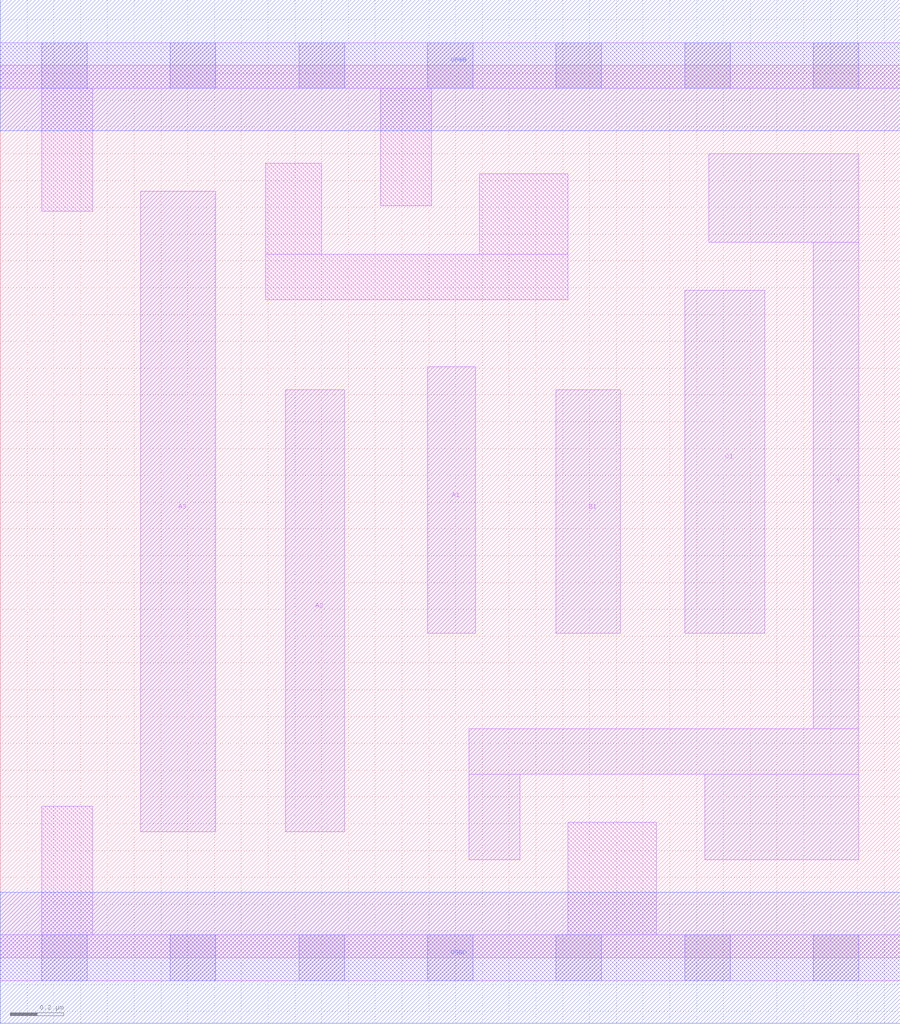
<source format=lef>
# Copyright 2020 The SkyWater PDK Authors
#
# Licensed under the Apache License, Version 2.0 (the "License");
# you may not use this file except in compliance with the License.
# You may obtain a copy of the License at
#
#     https://www.apache.org/licenses/LICENSE-2.0
#
# Unless required by applicable law or agreed to in writing, software
# distributed under the License is distributed on an "AS IS" BASIS,
# WITHOUT WARRANTIES OR CONDITIONS OF ANY KIND, either express or implied.
# See the License for the specific language governing permissions and
# limitations under the License.
#
# SPDX-License-Identifier: Apache-2.0

VERSION 5.7 ;
  NAMESCASESENSITIVE ON ;
  NOWIREEXTENSIONATPIN ON ;
  DIVIDERCHAR "/" ;
  BUSBITCHARS "[]" ;
UNITS
  DATABASE MICRONS 200 ;
END UNITS
MACRO sky130_fd_sc_lp__a311oi_m
  CLASS CORE ;
  FOREIGN sky130_fd_sc_lp__a311oi_m ;
  ORIGIN  0.000000  0.000000 ;
  SIZE  3.360000 BY  3.330000 ;
  SYMMETRY X Y R90 ;
  SITE unit ;
  PIN A1
    ANTENNAGATEAREA  0.126000 ;
    DIRECTION INPUT ;
    USE SIGNAL ;
    PORT
      LAYER li1 ;
        RECT 1.595000 1.210000 1.775000 2.205000 ;
    END
  END A1
  PIN A2
    ANTENNAGATEAREA  0.126000 ;
    DIRECTION INPUT ;
    USE SIGNAL ;
    PORT
      LAYER li1 ;
        RECT 1.065000 0.470000 1.285000 2.120000 ;
    END
  END A2
  PIN A3
    ANTENNAGATEAREA  0.126000 ;
    DIRECTION INPUT ;
    USE SIGNAL ;
    PORT
      LAYER li1 ;
        RECT 0.525000 0.470000 0.805000 2.860000 ;
    END
  END A3
  PIN B1
    ANTENNAGATEAREA  0.126000 ;
    DIRECTION INPUT ;
    USE SIGNAL ;
    PORT
      LAYER li1 ;
        RECT 2.075000 1.210000 2.315000 2.120000 ;
    END
  END B1
  PIN C1
    ANTENNAGATEAREA  0.126000 ;
    DIRECTION INPUT ;
    USE SIGNAL ;
    PORT
      LAYER li1 ;
        RECT 2.555000 1.210000 2.855000 2.490000 ;
    END
  END C1
  PIN Y
    ANTENNADIFFAREA  0.342300 ;
    DIRECTION OUTPUT ;
    USE SIGNAL ;
    PORT
      LAYER li1 ;
        RECT 1.750000 0.365000 1.940000 0.685000 ;
        RECT 1.750000 0.685000 3.205000 0.855000 ;
        RECT 2.630000 0.365000 3.205000 0.685000 ;
        RECT 2.645000 2.670000 3.205000 3.000000 ;
        RECT 3.035000 0.855000 3.205000 2.670000 ;
    END
  END Y
  PIN VGND
    DIRECTION INOUT ;
    USE GROUND ;
    PORT
      LAYER met1 ;
        RECT 0.000000 -0.245000 3.360000 0.245000 ;
    END
  END VGND
  PIN VPWR
    DIRECTION INOUT ;
    USE POWER ;
    PORT
      LAYER met1 ;
        RECT 0.000000 3.085000 3.360000 3.575000 ;
    END
  END VPWR
  OBS
    LAYER li1 ;
      RECT 0.000000 -0.085000 3.360000 0.085000 ;
      RECT 0.000000  3.245000 3.360000 3.415000 ;
      RECT 0.155000  0.085000 0.345000 0.565000 ;
      RECT 0.155000  2.785000 0.345000 3.245000 ;
      RECT 0.990000  2.455000 2.120000 2.625000 ;
      RECT 0.990000  2.625000 1.200000 2.965000 ;
      RECT 1.420000  2.805000 1.610000 3.245000 ;
      RECT 1.790000  2.625000 2.120000 2.925000 ;
      RECT 2.120000  0.085000 2.450000 0.505000 ;
    LAYER mcon ;
      RECT 0.155000 -0.085000 0.325000 0.085000 ;
      RECT 0.155000  3.245000 0.325000 3.415000 ;
      RECT 0.635000 -0.085000 0.805000 0.085000 ;
      RECT 0.635000  3.245000 0.805000 3.415000 ;
      RECT 1.115000 -0.085000 1.285000 0.085000 ;
      RECT 1.115000  3.245000 1.285000 3.415000 ;
      RECT 1.595000 -0.085000 1.765000 0.085000 ;
      RECT 1.595000  3.245000 1.765000 3.415000 ;
      RECT 2.075000 -0.085000 2.245000 0.085000 ;
      RECT 2.075000  3.245000 2.245000 3.415000 ;
      RECT 2.555000 -0.085000 2.725000 0.085000 ;
      RECT 2.555000  3.245000 2.725000 3.415000 ;
      RECT 3.035000 -0.085000 3.205000 0.085000 ;
      RECT 3.035000  3.245000 3.205000 3.415000 ;
  END
END sky130_fd_sc_lp__a311oi_m
END LIBRARY

</source>
